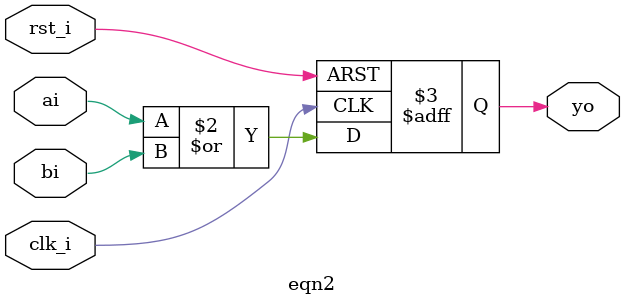
<source format=v>
module eqn2
    (
        input  clk_i,
        input  rst_i,
        input  ai,
        input  bi,
        output yo
    );
    reg        yo;
    always @ (posedge clk_i or posedge rst_i) begin
        if (rst_i) begin
            yo <= 1'b0;
        end else begin
            yo <= (ai|bi);
        end
    end
endmodule

</source>
